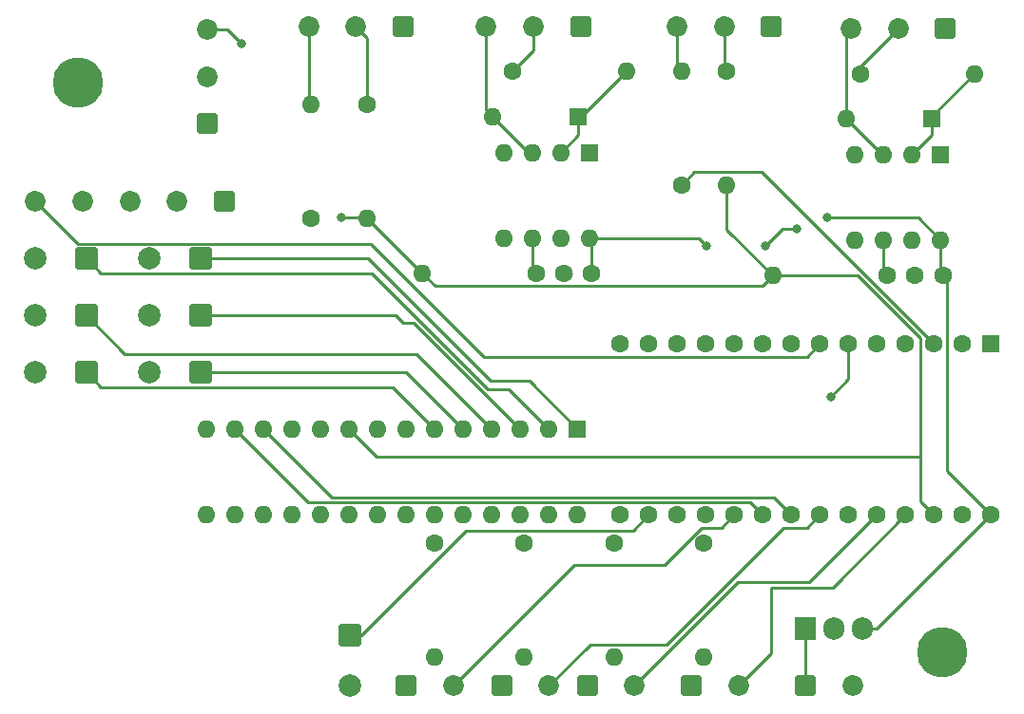
<source format=gtl>
G04 #@! TF.GenerationSoftware,KiCad,Pcbnew,(6.0.5)*
G04 #@! TF.CreationDate,2022-05-27T12:20:46+02:00*
G04 #@! TF.ProjectId,midiperformer,6d696469-7065-4726-966f-726d65722e6b,rev?*
G04 #@! TF.SameCoordinates,Original*
G04 #@! TF.FileFunction,Copper,L1,Top*
G04 #@! TF.FilePolarity,Positive*
%FSLAX46Y46*%
G04 Gerber Fmt 4.6, Leading zero omitted, Abs format (unit mm)*
G04 Created by KiCad (PCBNEW (6.0.5)) date 2022-05-27 12:20:46*
%MOMM*%
%LPD*%
G01*
G04 APERTURE LIST*
G04 Aperture macros list*
%AMRoundRect*
0 Rectangle with rounded corners*
0 $1 Rounding radius*
0 $2 $3 $4 $5 $6 $7 $8 $9 X,Y pos of 4 corners*
0 Add a 4 corners polygon primitive as box body*
4,1,4,$2,$3,$4,$5,$6,$7,$8,$9,$2,$3,0*
0 Add four circle primitives for the rounded corners*
1,1,$1+$1,$2,$3*
1,1,$1+$1,$4,$5*
1,1,$1+$1,$6,$7*
1,1,$1+$1,$8,$9*
0 Add four rect primitives between the rounded corners*
20,1,$1+$1,$2,$3,$4,$5,0*
20,1,$1+$1,$4,$5,$6,$7,0*
20,1,$1+$1,$6,$7,$8,$9,0*
20,1,$1+$1,$8,$9,$2,$3,0*%
G04 Aperture macros list end*
G04 #@! TA.AperFunction,ComponentPad*
%ADD10RoundRect,0.250000X0.750000X0.750000X-0.750000X0.750000X-0.750000X-0.750000X0.750000X-0.750000X0*%
G04 #@! TD*
G04 #@! TA.AperFunction,ComponentPad*
%ADD11C,2.000000*%
G04 #@! TD*
G04 #@! TA.AperFunction,ComponentPad*
%ADD12RoundRect,0.250000X0.675000X0.675000X-0.675000X0.675000X-0.675000X-0.675000X0.675000X-0.675000X0*%
G04 #@! TD*
G04 #@! TA.AperFunction,ComponentPad*
%ADD13C,1.850000*%
G04 #@! TD*
G04 #@! TA.AperFunction,ComponentPad*
%ADD14C,1.600000*%
G04 #@! TD*
G04 #@! TA.AperFunction,ComponentPad*
%ADD15O,1.600000X1.600000*%
G04 #@! TD*
G04 #@! TA.AperFunction,ComponentPad*
%ADD16C,4.500000*%
G04 #@! TD*
G04 #@! TA.AperFunction,ComponentPad*
%ADD17R,1.600000X1.600000*%
G04 #@! TD*
G04 #@! TA.AperFunction,ComponentPad*
%ADD18RoundRect,0.250000X-0.750000X0.750000X-0.750000X-0.750000X0.750000X-0.750000X0.750000X0.750000X0*%
G04 #@! TD*
G04 #@! TA.AperFunction,ComponentPad*
%ADD19RoundRect,0.250000X-0.675000X-0.675000X0.675000X-0.675000X0.675000X0.675000X-0.675000X0.675000X0*%
G04 #@! TD*
G04 #@! TA.AperFunction,ComponentPad*
%ADD20R,1.905000X2.000000*%
G04 #@! TD*
G04 #@! TA.AperFunction,ComponentPad*
%ADD21O,1.905000X2.000000*%
G04 #@! TD*
G04 #@! TA.AperFunction,ComponentPad*
%ADD22RoundRect,0.250000X0.675000X-0.675000X0.675000X0.675000X-0.675000X0.675000X-0.675000X-0.675000X0*%
G04 #@! TD*
G04 #@! TA.AperFunction,ViaPad*
%ADD23C,0.800000*%
G04 #@! TD*
G04 #@! TA.AperFunction,Conductor*
%ADD24C,0.250000*%
G04 #@! TD*
G04 APERTURE END LIST*
D10*
X161980000Y-83820000D03*
D11*
X157480000Y-83820000D03*
D10*
X172140000Y-83820000D03*
D11*
X167640000Y-83820000D03*
D10*
X161980000Y-78740000D03*
D11*
X157480000Y-78740000D03*
D10*
X172140000Y-78740000D03*
D11*
X167640000Y-78740000D03*
D10*
X161980000Y-73660000D03*
D11*
X157480000Y-73660000D03*
D10*
X172140000Y-73660000D03*
D11*
X167640000Y-73660000D03*
D12*
X174280000Y-68580000D03*
D13*
X170080000Y-68580000D03*
X165880000Y-68580000D03*
X161680000Y-68580000D03*
X157480000Y-68580000D03*
D14*
X215000000Y-67080000D03*
D15*
X215000000Y-56920000D03*
D16*
X238250000Y-108750000D03*
X161250000Y-58000000D03*
D12*
X190200000Y-53000000D03*
D13*
X186000000Y-53000000D03*
X181800000Y-53000000D03*
D14*
X209000000Y-99060000D03*
D15*
X209000000Y-109220000D03*
D14*
X217000000Y-99060000D03*
D15*
X217000000Y-109220000D03*
D17*
X205810000Y-61000000D03*
D15*
X198190000Y-61000000D03*
D14*
X233280000Y-75180000D03*
D15*
X223120000Y-75180000D03*
D12*
X223000000Y-53000000D03*
D13*
X218800000Y-53000000D03*
X214600000Y-53000000D03*
D14*
X199920000Y-57000000D03*
D15*
X210080000Y-57000000D03*
D14*
X187000000Y-59920000D03*
D15*
X187000000Y-70080000D03*
D14*
X182000000Y-70080000D03*
D15*
X182000000Y-59920000D03*
D12*
X206000000Y-53000000D03*
D13*
X201800000Y-53000000D03*
X197600000Y-53000000D03*
D17*
X242570000Y-81280000D03*
D14*
X240030000Y-81280000D03*
X237490000Y-81280000D03*
X234950000Y-81280000D03*
X232410000Y-81280000D03*
X229870000Y-81280000D03*
X227330000Y-81280000D03*
X224790000Y-81280000D03*
X222250000Y-81280000D03*
X219710000Y-81280000D03*
X217170000Y-81280000D03*
X214630000Y-81280000D03*
X212090000Y-81280000D03*
X209550000Y-81280000D03*
X209550000Y-96520000D03*
X212090000Y-96520000D03*
X214630000Y-96520000D03*
X217170000Y-96520000D03*
X219710000Y-96520000D03*
X222250000Y-96520000D03*
X224790000Y-96520000D03*
X227330000Y-96520000D03*
X229870000Y-96520000D03*
X232410000Y-96520000D03*
X234950000Y-96520000D03*
X237490000Y-96520000D03*
X240030000Y-96520000D03*
X242570000Y-96520000D03*
D12*
X238480000Y-53180000D03*
D13*
X234280000Y-53180000D03*
X230080000Y-53180000D03*
D14*
X230920000Y-57180000D03*
D15*
X241080000Y-57180000D03*
D18*
X185500000Y-107260000D03*
D11*
X185500000Y-111760000D03*
D19*
X215900000Y-111760000D03*
D13*
X220100000Y-111760000D03*
D14*
X207000000Y-75000000D03*
X204500000Y-75000000D03*
D17*
X238080000Y-64380000D03*
D15*
X235540000Y-64380000D03*
X233000000Y-64380000D03*
X230460000Y-64380000D03*
X230460000Y-72000000D03*
X233000000Y-72000000D03*
X235540000Y-72000000D03*
X238080000Y-72000000D03*
D14*
X219000000Y-56920000D03*
D15*
X219000000Y-67080000D03*
D17*
X237280000Y-61180000D03*
D15*
X229660000Y-61180000D03*
D19*
X206620000Y-111760000D03*
D13*
X210820000Y-111760000D03*
D19*
X199000000Y-111760000D03*
D13*
X203200000Y-111760000D03*
D20*
X226060000Y-106680000D03*
D21*
X228600000Y-106680000D03*
X231140000Y-106680000D03*
D14*
X193000000Y-99060000D03*
D15*
X193000000Y-109220000D03*
D14*
X238280000Y-75180000D03*
X235780000Y-75180000D03*
X201000000Y-99060000D03*
D15*
X201000000Y-109220000D03*
D14*
X202080000Y-75000000D03*
D15*
X191920000Y-75000000D03*
D13*
X172750000Y-53250000D03*
X172750000Y-57450000D03*
D22*
X172750000Y-61650000D03*
D19*
X190500000Y-111760000D03*
D13*
X194700000Y-111760000D03*
D19*
X226060000Y-111760000D03*
D13*
X230260000Y-111760000D03*
D17*
X205740000Y-88900000D03*
D15*
X203200000Y-88900000D03*
X200660000Y-88900000D03*
X198120000Y-88900000D03*
X195580000Y-88900000D03*
X193040000Y-88900000D03*
X190500000Y-88900000D03*
X187960000Y-88900000D03*
X185420000Y-88900000D03*
X182880000Y-88900000D03*
X180340000Y-88900000D03*
X177800000Y-88900000D03*
X175260000Y-88900000D03*
X172720000Y-88900000D03*
X172720000Y-96520000D03*
X175260000Y-96520000D03*
X177800000Y-96520000D03*
X180340000Y-96520000D03*
X182880000Y-96520000D03*
X185420000Y-96520000D03*
X187960000Y-96520000D03*
X190500000Y-96520000D03*
X193040000Y-96520000D03*
X195580000Y-96520000D03*
X198120000Y-96520000D03*
X200660000Y-96520000D03*
X203200000Y-96520000D03*
X205740000Y-96520000D03*
D17*
X206800000Y-64200000D03*
D15*
X204260000Y-64200000D03*
X201720000Y-64200000D03*
X199180000Y-64200000D03*
X199180000Y-71820000D03*
X201720000Y-71820000D03*
X204260000Y-71820000D03*
X206800000Y-71820000D03*
D23*
X228300000Y-86000000D03*
X184700000Y-70000000D03*
X175800000Y-54500000D03*
X228000000Y-70000000D03*
X225250000Y-71000000D03*
X222500000Y-72500000D03*
X217250000Y-72500000D03*
D24*
X236250000Y-91350000D02*
X236250000Y-80750000D01*
X185420000Y-88900000D02*
X187870000Y-91350000D01*
X187870000Y-91350000D02*
X236250000Y-91350000D01*
X236250000Y-95280000D02*
X236250000Y-91350000D01*
X186440000Y-107260000D02*
X185500000Y-107260000D01*
X195764511Y-97935489D02*
X186440000Y-107260000D01*
X212090000Y-96520000D02*
X210674511Y-97935489D01*
X210674511Y-97935489D02*
X195764511Y-97935489D01*
X229870000Y-84430000D02*
X229870000Y-81280000D01*
X228300000Y-86000000D02*
X229870000Y-84430000D01*
X197404511Y-82404511D02*
X226205489Y-82404511D01*
X226205489Y-82404511D02*
X227330000Y-81280000D01*
X187335489Y-72335489D02*
X197404511Y-82404511D01*
X161235489Y-72335489D02*
X187335489Y-72335489D01*
X157480000Y-68580000D02*
X161235489Y-72335489D01*
X186920000Y-70000000D02*
X187000000Y-70080000D01*
X184700000Y-70000000D02*
X186920000Y-70000000D01*
X174550000Y-53250000D02*
X175800000Y-54500000D01*
X172750000Y-53250000D02*
X174550000Y-53250000D01*
X189284511Y-85144511D02*
X193040000Y-88900000D01*
X163304511Y-85144511D02*
X189284511Y-85144511D01*
X161980000Y-83820000D02*
X163304511Y-85144511D01*
X190500000Y-83820000D02*
X195580000Y-88900000D01*
X172140000Y-83820000D02*
X190500000Y-83820000D01*
X191420000Y-82200000D02*
X198120000Y-88900000D01*
X165440000Y-82200000D02*
X191420000Y-82200000D01*
X161980000Y-78740000D02*
X165440000Y-82200000D01*
X189540000Y-78740000D02*
X190200000Y-79400000D01*
X190200000Y-79400000D02*
X191160000Y-79400000D01*
X191160000Y-79400000D02*
X200660000Y-88900000D01*
X172140000Y-78740000D02*
X189540000Y-78740000D01*
X187384511Y-74984511D02*
X197700000Y-85300000D01*
X163304511Y-74984511D02*
X187384511Y-74984511D01*
X199600000Y-85300000D02*
X203200000Y-88900000D01*
X161980000Y-73660000D02*
X163304511Y-74984511D01*
X197700000Y-85300000D02*
X199600000Y-85300000D01*
X198000000Y-84600000D02*
X201440000Y-84600000D01*
X187060000Y-73660000D02*
X198000000Y-84600000D01*
X201440000Y-84600000D02*
X205740000Y-88900000D01*
X172140000Y-73660000D02*
X187060000Y-73660000D01*
X223215969Y-94945969D02*
X224790000Y-96520000D01*
X183845969Y-94945969D02*
X223215969Y-94945969D01*
X177800000Y-88900000D02*
X183845969Y-94945969D01*
X221125489Y-95395489D02*
X222250000Y-96520000D01*
X175260000Y-88900000D02*
X181755489Y-95395489D01*
X181755489Y-95395489D02*
X221125489Y-95395489D01*
X238280000Y-75180000D02*
X238614511Y-75514511D01*
X224000000Y-71000000D02*
X222500000Y-72500000D01*
X238080000Y-74980000D02*
X238280000Y-75180000D01*
X236080000Y-70000000D02*
X228000000Y-70000000D01*
X206800000Y-71820000D02*
X216570000Y-71820000D01*
X225250000Y-71000000D02*
X224000000Y-71000000D01*
X238080000Y-72000000D02*
X238080000Y-74980000D01*
X238614511Y-75514511D02*
X238614511Y-92564511D01*
X238614511Y-92564511D02*
X242570000Y-96520000D01*
X216570000Y-71820000D02*
X217250000Y-72500000D01*
X238080000Y-72000000D02*
X236080000Y-70000000D01*
X232410000Y-106680000D02*
X242570000Y-96520000D01*
X207000000Y-75000000D02*
X207000000Y-72020000D01*
X207000000Y-72020000D02*
X206800000Y-71820000D01*
X231140000Y-106680000D02*
X232410000Y-106680000D01*
X204500000Y-75000000D02*
X205210300Y-75000000D01*
X205810000Y-61000000D02*
X205810000Y-62650000D01*
X210080000Y-57000000D02*
X206080000Y-61000000D01*
X205810000Y-62650000D02*
X204260000Y-64200000D01*
X206080000Y-61000000D02*
X205810000Y-61000000D01*
X198190000Y-61000000D02*
X201390000Y-64200000D01*
X201390000Y-64200000D02*
X201720000Y-64200000D01*
X197600000Y-60410000D02*
X198190000Y-61000000D01*
X197600000Y-53000000D02*
X197600000Y-60410000D01*
X237280000Y-62640000D02*
X235540000Y-64380000D01*
X241080000Y-57180000D02*
X237280000Y-60980000D01*
X237280000Y-61180000D02*
X237280000Y-62640000D01*
X237280000Y-60980000D02*
X237280000Y-61180000D01*
X229660000Y-53600000D02*
X229660000Y-61180000D01*
X229660000Y-61180000D02*
X232860000Y-64380000D01*
X232860000Y-64380000D02*
X233000000Y-64380000D01*
X230080000Y-53180000D02*
X229660000Y-53600000D01*
X187000000Y-70080000D02*
X191920000Y-75000000D01*
X193044511Y-76124511D02*
X222175489Y-76124511D01*
X237490000Y-96520000D02*
X236250000Y-95280000D01*
X222175489Y-76124511D02*
X223120000Y-75180000D01*
X236250000Y-80750000D02*
X230680000Y-75180000D01*
X219000000Y-67080000D02*
X219000000Y-71060000D01*
X219000000Y-71060000D02*
X223120000Y-75180000D01*
X230680000Y-75180000D02*
X223120000Y-75180000D01*
X191920000Y-75000000D02*
X193044511Y-76124511D01*
X222165489Y-65955489D02*
X237490000Y-81280000D01*
X216124511Y-65955489D02*
X222165489Y-65955489D01*
X215000000Y-67080000D02*
X216124511Y-65955489D01*
X201720000Y-71820000D02*
X201720000Y-74640000D01*
X201720000Y-74640000D02*
X202080000Y-75000000D01*
X233000000Y-72000000D02*
X233000000Y-74900000D01*
X233000000Y-74900000D02*
X233280000Y-75180000D01*
X213469700Y-101000000D02*
X216825189Y-97644511D01*
X216825189Y-97644511D02*
X218585489Y-97644511D01*
X205460000Y-101000000D02*
X213469700Y-101000000D01*
X218585489Y-97644511D02*
X219710000Y-96520000D01*
X194700000Y-111760000D02*
X205460000Y-101000000D01*
X213654511Y-108095489D02*
X224105489Y-97644511D01*
X224105489Y-97644511D02*
X226205489Y-97644511D01*
X226205489Y-97644511D02*
X227330000Y-96520000D01*
X206864511Y-108095489D02*
X213654511Y-108095489D01*
X203200000Y-111760000D02*
X206864511Y-108095489D01*
X220029520Y-102550480D02*
X226379520Y-102550480D01*
X210820000Y-111760000D02*
X220029520Y-102550480D01*
X226379520Y-102550480D02*
X232410000Y-96520000D01*
X223000000Y-103000000D02*
X228470000Y-103000000D01*
X220100000Y-111760000D02*
X223000000Y-108860000D01*
X223000000Y-108860000D02*
X223000000Y-103000000D01*
X228470000Y-103000000D02*
X234950000Y-96520000D01*
X201800000Y-53000000D02*
X201800000Y-55120000D01*
X201800000Y-55120000D02*
X199920000Y-57000000D01*
X230920000Y-56540000D02*
X230920000Y-57180000D01*
X234280000Y-53180000D02*
X230920000Y-56540000D01*
X218800000Y-56720000D02*
X219000000Y-56920000D01*
X218800000Y-53000000D02*
X218800000Y-56720000D01*
X214600000Y-56520000D02*
X215000000Y-56920000D01*
X214600000Y-53000000D02*
X214600000Y-56520000D01*
X186000000Y-53000000D02*
X187000000Y-54000000D01*
X187000000Y-54000000D02*
X187000000Y-59920000D01*
X181800000Y-59720000D02*
X182000000Y-59920000D01*
X181800000Y-53000000D02*
X181800000Y-59720000D01*
X238480000Y-53180000D02*
X238670300Y-53180000D01*
X226060000Y-106680000D02*
X226060000Y-111760000D01*
M02*

</source>
